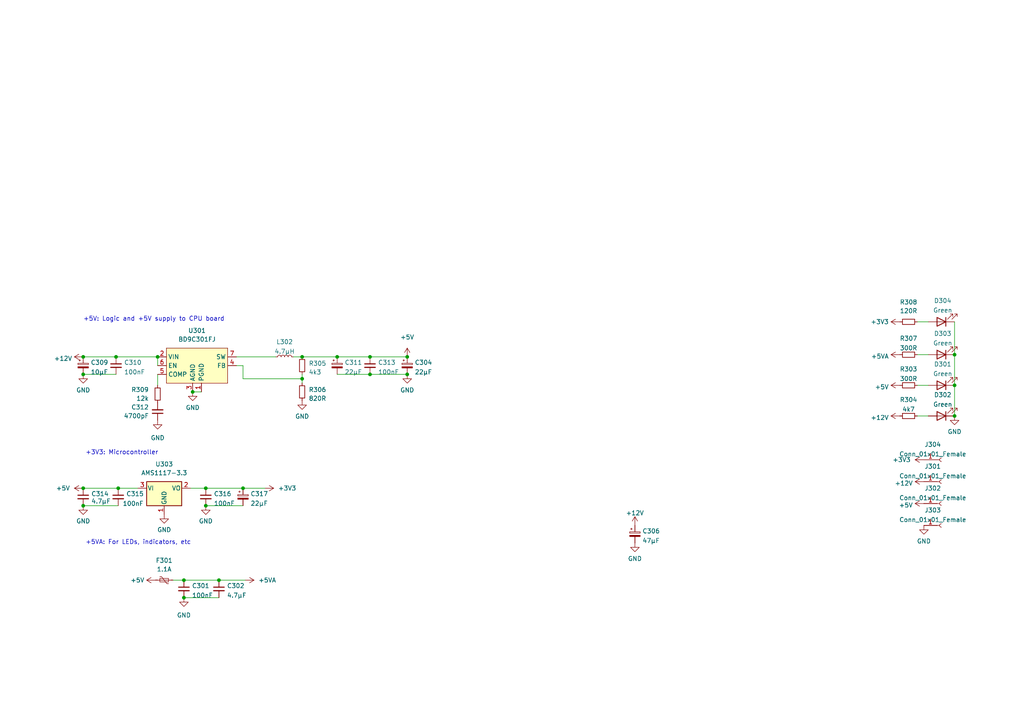
<source format=kicad_sch>
(kicad_sch (version 20211123) (generator eeschema)
  (paper "A4")
  (lib_symbols
    (symbol "68komputer-common:BD9C301FJ"
      (property "Reference" "U" (at 0 3.81 0))
      (property "Value" "BD9C301FJ" (at 0 1.27 0))
      (symbol "BD9C301FJ_0_1"
        (rectangle (start -8.89 0) (end 8.89 -10.16) (fill (type background)))
      )
      (symbol "BD9C301FJ_1_1"
        (pin power_in line (at 1.27 -12.7 90) (length 2.54) (name "PGND") (number "1"))
        (pin power_in line (at -11.43 -2.54 0) (length 2.54) (name "VIN") (number "2"))
        (pin power_in line (at -1.27 -12.7 90) (length 2.54) (name "AGND") (number "3"))
        (pin bidirectional line (at 11.43 -5.08 180) (length 2.54) (name "FB") (number "4"))
        (pin input line (at -11.43 -7.62 0) (length 2.54) (name "COMP") (number "5"))
        (pin input line (at -11.43 -5.08 0) (length 2.54) (name "EN") (number "6"))
        (pin power_out line (at 11.43 -2.54 180) (length 2.54) (name "SW") (number "7"))
        (pin power_out line (at 11.43 -2.54 180) (length 2.54) hide (name "SW") (number "8"))
      )
    )
    (symbol "Connector:Conn_01x01_Female" (pin_names (offset 1.016) hide)
      (property "Reference" "J" (at 0 2.54 0))
      (property "Value" "Conn_01x01_Female" (at 0 -2.54 0))
      (symbol "Conn_01x01_Female_1_1"
        (polyline (pts (xy -1.27 0) (xy -0.508 0)) (stroke (width 0.1524)))
        (arc (start 0 0.508) (mid -0.508 0) (end 0 -0.508) (stroke (width 0.1524)))
        (pin passive line (at -5.08 0 0) (length 3.81) (name "Pin_1") (number "1"))
      )
    )
    (symbol "Device:C_Polarized_Small" (pin_numbers hide) (pin_names (offset 0.254) hide)
      (property "Reference" "C" (at 0.254 1.778 0))
      (property "Value" "C_Polarized_Small" (at 0.254 -2.032 0))
      (symbol "C_Polarized_Small_0_1"
        (rectangle (start -1.524 -0.3048) (end 1.524 -0.6858) (fill (type outline)))
        (rectangle (start -1.524 0.6858) (end 1.524 0.3048))
        (polyline (pts (xy -1.27 1.524) (xy -0.762 1.524)))
        (polyline (pts (xy -1.016 1.27) (xy -1.016 1.778)))
      )
      (symbol "C_Polarized_Small_1_1"
        (pin passive line (at 0 2.54 270) (length 1.8542) (name "~") (number "1"))
        (pin passive line (at 0 -2.54 90) (length 1.8542) (name "~") (number "2"))
      )
    )
    (symbol "Device:C_Small" (pin_numbers hide) (pin_names (offset 0.254) hide)
      (property "Reference" "C" (at 0.254 1.778 0))
      (property "Value" "C_Small" (at 0.254 -2.032 0))
      (symbol "C_Small_0_1"
        (polyline (pts (xy -1.524 -0.508) (xy 1.524 -0.508)) (stroke (width 0.3302)))
        (polyline (pts (xy -1.524 0.508) (xy 1.524 0.508)) (stroke (width 0.3048)))
      )
      (symbol "C_Small_1_1"
        (pin passive line (at 0 2.54 270) (length 2.032) (name "~") (number "1"))
        (pin passive line (at 0 -2.54 90) (length 2.032) (name "~") (number "2"))
      )
    )
    (symbol "Device:LED" (pin_numbers hide) (pin_names (offset 1.016) hide)
      (property "Reference" "D" (at 0 2.54 0))
      (property "Value" "LED" (at 0 -2.54 0))
      (symbol "LED_0_1"
        (polyline (pts (xy -1.27 -1.27) (xy -1.27 1.27)) (stroke (width 0.254)))
        (polyline (pts (xy -1.27 0) (xy 1.27 0)))
        (polyline (pts (xy 1.27 -1.27) (xy 1.27 1.27) (xy -1.27 0) (xy 1.27 -1.27)) (stroke (width 0.254)))
        (polyline (pts (xy -3.048 -0.762) (xy -4.572 -2.286) (xy -3.81 -2.286) (xy -4.572 -2.286) (xy -4.572 -1.524)))
        (polyline (pts (xy -1.778 -0.762) (xy -3.302 -2.286) (xy -2.54 -2.286) (xy -3.302 -2.286) (xy -3.302 -1.524)))
      )
      (symbol "LED_1_1"
        (pin passive line (at -3.81 0 0) (length 2.54) (name "K") (number "1"))
        (pin passive line (at 3.81 0 180) (length 2.54) (name "A") (number "2"))
      )
    )
    (symbol "Device:L_Small" (pin_numbers hide) (pin_names (offset 0.254) hide)
      (property "Reference" "L" (at 0.762 1.016 0))
      (property "Value" "L_Small" (at 0.762 -1.016 0))
      (symbol "L_Small_0_1"
        (arc (start 0 -2.032) (mid 0.508 -1.524) (end 0 -1.016))
        (arc (start 0 -1.016) (mid 0.508 -0.508) (end 0 0))
        (arc (start 0 0) (mid 0.508 0.508) (end 0 1.016))
        (arc (start 0 1.016) (mid 0.508 1.524) (end 0 2.032))
      )
      (symbol "L_Small_1_1"
        (pin passive line (at 0 2.54 270) (length 0.508) (name "~") (number "1"))
        (pin passive line (at 0 -2.54 90) (length 0.508) (name "~") (number "2"))
      )
    )
    (symbol "Device:Polyfuse_Small" (pin_numbers hide) (pin_names (offset 0))
      (property "Reference" "F" (at -1.905 0 90))
      (property "Value" "Polyfuse_Small" (at 1.905 0 90))
      (symbol "Polyfuse_Small_0_1"
        (rectangle (start -0.508 1.27) (end 0.508 -1.27))
        (polyline (pts (xy 0 2.54) (xy 0 -2.54)))
        (polyline (pts (xy -1.016 1.27) (xy -1.016 0.762) (xy 1.016 -0.762) (xy 1.016 -1.27)))
      )
      (symbol "Polyfuse_Small_1_1"
        (pin passive line (at 0 2.54 270) (length 0.635) (name "~") (number "1"))
        (pin passive line (at 0 -2.54 90) (length 0.635) (name "~") (number "2"))
      )
    )
    (symbol "Device:R_Small" (pin_numbers hide) (pin_names (offset 0.254) hide)
      (property "Reference" "R" (at 0.762 0.508 0))
      (property "Value" "R_Small" (at 0.762 -1.016 0))
      (symbol "R_Small_0_1"
        (rectangle (start -0.762 1.778) (end 0.762 -1.778) (stroke (width 0.2032)))
      )
      (symbol "R_Small_1_1"
        (pin passive line (at 0 2.54 270) (length 0.762) (name "~") (number "1"))
        (pin passive line (at 0 -2.54 90) (length 0.762) (name "~") (number "2"))
      )
    )
    (symbol "Regulator_Linear:AMS1117-3.3" (pin_names (offset 0.254))
      (property "Reference" "U" (at -3.81 3.175 0))
      (property "Value" "AMS1117-3.3" (at 0 3.175 0))
      (symbol "AMS1117-3.3_0_1"
        (rectangle (start -5.08 -5.08) (end 5.08 1.905) (stroke (width 0.254)) (fill (type background)))
      )
      (symbol "AMS1117-3.3_1_1"
        (pin power_in line (at 0 -7.62 90) (length 2.54) (name "GND") (number "1"))
        (pin power_out line (at 7.62 0 180) (length 2.54) (name "VO") (number "2"))
        (pin power_in line (at -7.62 0 0) (length 2.54) (name "VI") (number "3"))
      )
    )
    (symbol "power:+12V" (power) (pin_names (offset 0))
      (property "Value" "+12V" (at 0 3.556 0))
      (symbol "+12V_0_1"
        (polyline (pts (xy -0.762 1.27) (xy 0 2.54)))
        (polyline (pts (xy 0 0) (xy 0 2.54)))
        (polyline (pts (xy 0 2.54) (xy 0.762 1.27)))
      )
      (symbol "+12V_1_1"
        (pin power_in line (at 0 0 90) (length 0) hide (name "+12V") (number "1"))
      )
    )
    (symbol "power:+3V3" (power) (pin_names (offset 0))
      (property "Value" "+3V3" (at 0 3.556 0))
      (symbol "+3V3_0_1"
        (polyline (pts (xy -0.762 1.27) (xy 0 2.54)))
        (polyline (pts (xy 0 0) (xy 0 2.54)))
        (polyline (pts (xy 0 2.54) (xy 0.762 1.27)))
      )
      (symbol "+3V3_1_1"
        (pin power_in line (at 0 0 90) (length 0) hide (name "+3V3") (number "1"))
      )
    )
    (symbol "power:+5V" (power) (pin_names (offset 0))
      (property "Value" "+5V" (at 0 3.556 0))
      (symbol "+5V_0_1"
        (polyline (pts (xy -0.762 1.27) (xy 0 2.54)))
        (polyline (pts (xy 0 0) (xy 0 2.54)))
        (polyline (pts (xy 0 2.54) (xy 0.762 1.27)))
      )
      (symbol "+5V_1_1"
        (pin power_in line (at 0 0 90) (length 0) hide (name "+5V") (number "1"))
      )
    )
    (symbol "power:+5VA" (power) (pin_names (offset 0))
      (property "Value" "+5VA" (at 0 3.556 0))
      (symbol "+5VA_0_1"
        (polyline (pts (xy -0.762 1.27) (xy 0 2.54)))
        (polyline (pts (xy 0 0) (xy 0 2.54)))
        (polyline (pts (xy 0 2.54) (xy 0.762 1.27)))
      )
      (symbol "+5VA_1_1"
        (pin power_in line (at 0 0 90) (length 0) hide (name "+5VA") (number "1"))
      )
    )
    (symbol "power:GND" (power) (pin_names (offset 0))
      (property "Value" "GND" (at 0 -3.81 0))
      (symbol "GND_0_1"
        (polyline (pts (xy 0 0) (xy 0 -1.27) (xy 1.27 -1.27) (xy 0 -2.54) (xy -1.27 -1.27) (xy 0 -1.27)))
      )
      (symbol "GND_1_1"
        (pin power_in line (at 0 0 270) (length 0) hide (name "GND") (number "1"))
      )
    )
  )
  (junction (at 118.11 103.505))
  (junction (at 276.86 102.87))
  (junction (at 53.34 168.275))
  (junction (at 63.5 168.275))
  (junction (at 59.69 141.605))
  (junction (at 107.315 103.505))
  (junction (at 24.13 108.585))
  (junction (at 24.13 141.605))
  (junction (at 276.86 111.76))
  (junction (at 55.88 113.665))
  (junction (at 59.69 146.685))
  (junction (at 107.315 108.585))
  (junction (at 33.655 103.505))
  (junction (at 53.34 173.355))
  (junction (at 87.63 103.505))
  (junction (at 24.13 103.505))
  (junction (at 34.29 141.605))
  (junction (at 97.79 103.505))
  (junction (at 70.485 141.605))
  (junction (at 118.11 108.585))
  (junction (at 45.72 103.505))
  (junction (at 87.63 109.855))
  (junction (at 24.13 146.685))
  (junction (at 276.86 120.65))
  (wire (pts (xy 24.13 108.585) (xy 33.655 108.585)))
  (wire (pts (xy 266.065 120.65) (xy 269.24 120.65)))
  (wire (pts (xy 55.245 141.605) (xy 59.69 141.605)))
  (wire (pts (xy 33.655 103.505) (xy 45.72 103.505)))
  (wire (pts (xy 59.69 141.605) (xy 70.485 141.605)))
  (wire (pts (xy 97.79 108.585) (xy 107.315 108.585)))
  (wire (pts (xy 276.86 111.76) (xy 276.86 120.65)))
  (wire (pts (xy 276.86 93.345) (xy 276.86 102.87)))
  (wire (pts (xy 87.63 103.505) (xy 97.79 103.505)))
  (wire (pts (xy 70.485 141.605) (xy 76.835 141.605)))
  (wire (pts (xy 34.29 141.605) (xy 40.005 141.605)))
  (wire (pts (xy 68.58 106.045) (xy 70.485 106.045)))
  (wire (pts (xy 266.065 93.345) (xy 269.24 93.345)))
  (wire (pts (xy 70.485 106.045) (xy 70.485 109.855)))
  (wire (pts (xy 266.065 111.76) (xy 269.24 111.76)))
  (wire (pts (xy 70.485 109.855) (xy 87.63 109.855)))
  (wire (pts (xy 24.13 141.605) (xy 34.29 141.605)))
  (wire (pts (xy 87.63 109.855) (xy 87.63 111.125)))
  (wire (pts (xy 107.315 103.505) (xy 118.11 103.505)))
  (wire (pts (xy 24.13 103.505) (xy 33.655 103.505)))
  (wire (pts (xy 266.065 102.87) (xy 269.24 102.87)))
  (wire (pts (xy 45.72 103.505) (xy 45.72 106.045)))
  (wire (pts (xy 63.5 168.275) (xy 71.12 168.275)))
  (wire (pts (xy 87.63 108.585) (xy 87.63 109.855)))
  (wire (pts (xy 97.79 103.505) (xy 107.315 103.505)))
  (wire (pts (xy 53.34 168.275) (xy 63.5 168.275)))
  (wire (pts (xy 107.315 108.585) (xy 118.11 108.585)))
  (wire (pts (xy 24.13 146.685) (xy 34.29 146.685)))
  (wire (pts (xy 53.34 173.355) (xy 63.5 173.355)))
  (wire (pts (xy 276.86 102.87) (xy 276.86 111.76)))
  (wire (pts (xy 85.09 103.505) (xy 87.63 103.505)))
  (wire (pts (xy 59.69 146.685) (xy 70.485 146.685)))
  (wire (pts (xy 45.72 108.585) (xy 45.72 111.76)))
  (wire (pts (xy 68.58 103.505) (xy 80.01 103.505)))
  (wire (pts (xy 50.165 168.275) (xy 53.34 168.275)))
  (wire (pts (xy 55.88 113.665) (xy 58.42 113.665)))
  (text "+5V: Logic and +5V supply to CPU board" (at 24.13 93.345 0) (effects (font (size 1.27 1.27)) (justify left bottom)))
  (text "+3V3: Microcontroller" (at 24.765 132.08 0) (effects (font (size 1.27 1.27)) (justify left bottom)))
  (text "+5VA: For LEDs, indicators, etc" (at 24.765 158.115 0) (effects (font (size 1.27 1.27)) (justify left bottom)))
  (symbol (lib_id "power:+5V") (at 45.085 168.275 90) (unit 1)
    (property "Reference" "#PWR0302" (effects hide))
    (property "Value" "+5V" (at 41.91 168.2749 90) (effects (justify left)))
  )
  (symbol (lib_id "Device:C_Polarized_Small") (at 184.15 154.94 0) (unit 1)
    (property "Reference" "C306" (at 186.309 154.0315 0) (effects (justify left)))
    (property "Value" "47µF" (at 186.309 156.8066 0) (effects (justify left)))
    (property "Footprint" "Capacitor_THT:CP_Radial_D6.3mm_P2.50mm" (effects hide))
    (property "MPN" "A750EK476M1EAAE040" (effects hide))
  )
  (symbol (lib_id "power:GND") (at 276.86 120.65 0) (unit 1)
    (property "Reference" "#PWR0315" (effects hide))
    (property "Value" "GND" (at 276.86 125.2124 0))
  )
  (symbol (lib_id "power:+12V") (at 184.15 152.4 0) (unit 1)
    (property "Reference" "#PWR0308" (effects hide))
    (property "Value" "+12V" (at 184.15 148.7955 0))
  )
  (symbol (lib_id "Device:C_Small") (at 33.655 106.045 0) (unit 1)
    (property "Reference" "C310" (at 35.9791 105.1365 0) (effects (justify left)))
    (property "Value" "100nF" (at 35.9791 107.9116 0) (effects (justify left)))
    (property "Footprint" "Capacitor_SMD:C_0805_2012Metric" (effects hide))
  )
  (symbol (lib_id "Device:LED") (at 273.05 111.76 180) (unit 1)
    (property "Reference" "D301" (at 273.4309 105.6345 0))
    (property "Value" "Green" (at 273.4309 108.4096 0))
    (property "Footprint" "LED_SMD:LED_0805_2012Metric" (effects hide))
    (property "MPN" "150080GS75000" (effects hide))
  )
  (symbol (lib_id "power:GND") (at 55.88 113.665 0) (unit 1)
    (property "Reference" "#PWR0317" (effects hide))
    (property "Value" "GND" (at 55.88 118.2274 0))
  )
  (symbol (lib_id "Device:C_Small") (at 53.34 170.815 0) (unit 1)
    (property "Reference" "C301" (at 55.6641 169.9065 0) (effects (justify left)))
    (property "Value" "100nF" (at 55.6641 172.6816 0) (effects (justify left)))
    (property "Footprint" "Capacitor_SMD:C_0805_2012Metric" (effects hide))
  )
  (symbol (lib_id "Device:C_Polarized_Small") (at 97.79 106.045 0) (unit 1)
    (property "Reference" "C311" (at 99.949 105.1365 0) (effects (justify left)))
    (property "Value" "22µF" (at 99.949 107.9116 0) (effects (justify left)))
    (property "Footprint" "Capacitor_Tantalum_SMD:CP_EIA-3528-21_Kemet-B" (effects hide))
    (property "MPN" "TAJB226K016UNJ" (effects hide))
  )
  (symbol (lib_id "Device:C_Polarized_Small") (at 70.485 144.145 0) (unit 1)
    (property "Reference" "C317" (at 72.644 143.2365 0) (effects (justify left)))
    (property "Value" "22µF" (at 72.644 146.0116 0) (effects (justify left)))
    (property "Footprint" "Capacitor_Tantalum_SMD:CP_EIA-3528-21_Kemet-B" (effects hide))
    (property "MPN" "TAJB226K016UNJ" (effects hide))
  )
  (symbol (lib_id "Device:R_Small") (at 263.525 102.87 90) (unit 1)
    (property "Reference" "R307" (at 263.525 98.1669 90))
    (property "Value" "300R" (at 263.525 100.942 90))
    (property "Footprint" "Resistor_SMD:R_0805_2012Metric" (effects hide))
  )
  (symbol (lib_id "power:GND") (at 53.34 173.355 0) (unit 1)
    (property "Reference" "#PWR0303" (effects hide))
    (property "Value" "GND" (at 53.34 178.435 0))
  )
  (symbol (lib_id "Device:LED") (at 273.05 93.345 180) (unit 1)
    (property "Reference" "D304" (at 273.4309 87.2195 0))
    (property "Value" "Green" (at 273.4309 89.9946 0))
    (property "Footprint" "LED_SMD:LED_0805_2012Metric" (effects hide))
    (property "MPN" "150080GS75000" (effects hide))
  )
  (symbol (lib_id "Device:C_Small") (at 45.72 119.38 0) (mirror x) (unit 1)
    (property "Reference" "C312" (at 43.18 118.1035 0) (effects (justify right)))
    (property "Value" "4700pF" (at 43.18 120.6435 0) (effects (justify right)))
    (property "Footprint" "Capacitor_SMD:C_0805_2012Metric" (effects hide))
  )
  (symbol (lib_id "power:GND") (at 267.97 152.4 0) (unit 1)
    (property "Reference" "#PWR0314" (effects hide))
    (property "Value" "GND" (at 267.97 156.9624 0))
  )
  (symbol (lib_id "power:+5VA") (at 71.12 168.275 270) (unit 1)
    (property "Reference" "#PWR0305" (effects hide))
    (property "Value" "+5VA" (at 74.93 168.2749 90) (effects (justify left)))
  )
  (symbol (lib_id "68komputer-common:BD9C301FJ") (at 57.15 100.965 0) (unit 1)
    (property "Reference" "U301" (at 57.15 95.885 0))
    (property "Value" "BD9C301FJ" (at 57.15 98.425 0))
    (property "Footprint" "Package_SO:SOP-8_3.9x4.9mm_P1.27mm" (effects hide))
    (property "Datasheet" "https://www.mouser.com/datasheet/2/348/bd9c301fj-e-1874274.pdf" (effects hide))
  )
  (symbol (lib_id "Device:L_Small") (at 82.55 103.505 90) (unit 1)
    (property "Reference" "L302" (at 82.55 99.1574 90))
    (property "Value" "4.7µH" (at 82.55 101.9325 90))
    (property "Footprint" "Inductor_SMD:L_Taiyo-Yuden_NR-80xx_HandSoldering" (effects hide))
    (property "MPN" "NRS8040T4R7NJGJ" (effects hide))
  )
  (symbol (lib_id "power:+12V") (at 260.985 120.65 90) (unit 1)
    (property "Reference" "#PWR0311" (effects hide))
    (property "Value" "+12V" (at 257.81 121.129 90) (effects (justify left)))
  )
  (symbol (lib_id "Device:LED") (at 273.05 102.87 180) (unit 1)
    (property "Reference" "D303" (at 273.4309 96.7445 0))
    (property "Value" "Green" (at 273.4309 99.5196 0))
    (property "Footprint" "LED_SMD:LED_0805_2012Metric" (effects hide))
    (property "MPN" "150080GS75000" (effects hide))
  )
  (symbol (lib_id "Device:C_Polarized_Small") (at 24.13 106.045 0) (unit 1)
    (property "Reference" "C309" (at 26.289 105.1365 0) (effects (justify left)))
    (property "Value" "10µF" (at 26.289 107.9116 0) (effects (justify left)))
    (property "Footprint" "Capacitor_Tantalum_SMD:CP_EIA-3528-21_Kemet-B" (effects hide))
    (property "MPN" "TAJB106K025SNJ" (effects hide))
  )
  (symbol (lib_id "Connector:Conn_01x01_Female") (at 273.05 146.05 0) (unit 1)
    (property "Reference" "J302" (at 270.548 141.6263 0))
    (property "Value" "Conn_01x01_Female" (at 270.548 144.4014 0))
    (property "Footprint" "68komputer-common:DELTRON-571-0x00" (effects hide))
  )
  (symbol (lib_id "power:+12V") (at 24.13 103.505 90) (unit 1)
    (property "Reference" "#PWR0304" (effects hide))
    (property "Value" "+12V" (at 20.955 103.984 90) (effects (justify left)))
  )
  (symbol (lib_id "power:GND") (at 118.11 108.585 0) (unit 1)
    (property "Reference" "#PWR0320" (effects hide))
    (property "Value" "GND" (at 118.11 113.1474 0))
  )
  (symbol (lib_id "Device:C_Small") (at 59.69 144.145 0) (unit 1)
    (property "Reference" "C316" (at 62.0141 143.2365 0) (effects (justify left)))
    (property "Value" "100nF" (at 62.0141 146.0116 0) (effects (justify left)))
    (property "Footprint" "Capacitor_SMD:C_0805_2012Metric" (effects hide))
  )
  (symbol (lib_id "Device:C_Small") (at 63.5 170.815 0) (unit 1)
    (property "Reference" "C302" (at 65.8241 169.9065 0) (effects (justify left)))
    (property "Value" "4.7µF" (at 65.8241 172.6816 0) (effects (justify left)))
    (property "Footprint" "Capacitor_SMD:C_0805_2012Metric" (effects hide))
  )
  (symbol (lib_id "Device:C_Small") (at 107.315 106.045 0) (unit 1)
    (property "Reference" "C313" (at 109.6391 105.1365 0) (effects (justify left)))
    (property "Value" "100nF" (at 109.6391 107.9116 0) (effects (justify left)))
    (property "Footprint" "Capacitor_SMD:C_0805_2012Metric" (effects hide))
  )
  (symbol (lib_id "Device:LED") (at 273.05 120.65 180) (unit 1)
    (property "Reference" "D302" (at 273.4309 114.5245 0))
    (property "Value" "Green" (at 273.4309 117.2996 0))
    (property "Footprint" "LED_SMD:LED_0805_2012Metric" (effects hide))
    (property "MPN" "150080GS75000" (effects hide))
  )
  (symbol (lib_id "Device:C_Small") (at 34.29 144.145 0) (unit 1)
    (property "Reference" "C315" (at 36.6141 143.2365 0) (effects (justify left)))
    (property "Value" "100nF" (at 35.56 146.05 0) (effects (justify left)))
    (property "Footprint" "Capacitor_SMD:C_0805_2012Metric" (effects hide))
  )
  (symbol (lib_id "power:GND") (at 45.72 121.92 0) (unit 1)
    (property "Reference" "#PWR0329" (effects hide))
    (property "Value" "GND" (at 45.72 127 0))
  )
  (symbol (lib_id "power:+5V") (at 118.11 103.505 0) (unit 1)
    (property "Reference" "#PWR0301" (effects hide))
    (property "Value" "+5V" (at 118.11 97.79 0))
  )
  (symbol (lib_id "Device:R_Small") (at 87.63 113.665 0) (unit 1)
    (property "Reference" "R306" (at 89.535 113.03 0) (effects (justify left)))
    (property "Value" "820R" (at 89.535 115.57 0) (effects (justify left)))
    (property "Footprint" "Resistor_SMD:R_0805_2012Metric" (effects hide))
  )
  (symbol (lib_id "power:GND") (at 47.625 149.225 0) (unit 1)
    (property "Reference" "#PWR0324" (effects hide))
    (property "Value" "GND" (at 47.625 153.67 0))
  )
  (symbol (lib_id "power:+3V3") (at 260.985 93.345 90) (unit 1)
    (property "Reference" "#PWR0327" (effects hide))
    (property "Value" "+3V3" (at 257.81 93.3449 90) (effects (justify left)))
  )
  (symbol (lib_id "Device:Polyfuse_Small") (at 47.625 168.275 270) (mirror x) (unit 1)
    (property "Reference" "F301" (at 47.625 162.56 90))
    (property "Value" "1.1A" (at 47.625 165.1 90))
    (property "Footprint" "Fuse:Fuse_Bourns_MF-SM_7.98x5.44mm" (effects hide))
    (property "MPN" "652-MFSM100-2" (effects hide))
  )
  (symbol (lib_id "Device:R_Small") (at 263.525 120.65 90) (unit 1)
    (property "Reference" "R304" (at 263.525 115.9469 90))
    (property "Value" "4k7" (at 263.525 118.722 90))
    (property "Footprint" "Resistor_SMD:R_0805_2012Metric" (effects hide))
  )
  (symbol (lib_id "power:+3V3") (at 76.835 141.605 270) (unit 1)
    (property "Reference" "#PWR0325" (effects hide))
    (property "Value" "+3V3" (at 80.645 141.6049 90) (effects (justify left)))
  )
  (symbol (lib_id "power:+5VA") (at 260.985 102.87 90) (unit 1)
    (property "Reference" "#PWR0321" (effects hide))
    (property "Value" "+5VA" (at 257.81 103.349 90) (effects (justify left)))
  )
  (symbol (lib_id "Connector:Conn_01x01_Female") (at 273.05 139.7 0) (unit 1)
    (property "Reference" "J301" (at 270.548 135.2763 0))
    (property "Value" "Conn_01x01_Female" (at 270.548 138.0514 0))
    (property "Footprint" "68komputer-common:DELTRON-571-0x00" (effects hide))
  )
  (symbol (lib_id "Device:R_Small") (at 263.525 93.345 90) (unit 1)
    (property "Reference" "R308" (at 263.525 87.63 90))
    (property "Value" "120R" (at 263.525 90.17 90))
    (property "Footprint" "Resistor_SMD:R_0805_2012Metric" (effects hide))
  )
  (symbol (lib_id "power:+5V") (at 260.985 111.76 90) (unit 1)
    (property "Reference" "#PWR0310" (effects hide))
    (property "Value" "+5V" (at 257.81 112.239 90) (effects (justify left)))
  )
  (symbol (lib_id "power:GND") (at 87.63 116.205 0) (unit 1)
    (property "Reference" "#PWR0318" (effects hide))
    (property "Value" "GND" (at 87.63 120.7674 0))
  )
  (symbol (lib_id "Device:C_Polarized_Small") (at 118.11 106.045 0) (unit 1)
    (property "Reference" "C304" (at 120.269 105.1365 0) (effects (justify left)))
    (property "Value" "22µF" (at 120.269 107.9116 0) (effects (justify left)))
    (property "Footprint" "Capacitor_Tantalum_SMD:CP_EIA-3528-21_Kemet-B" (effects hide))
    (property "MPN" "TAJB226K016UNJ" (effects hide))
  )
  (symbol (lib_id "power:GND") (at 184.15 157.48 0) (unit 1)
    (property "Reference" "#PWR0309" (effects hide))
    (property "Value" "GND" (at 184.15 162.0424 0))
  )
  (symbol (lib_id "power:+5V") (at 24.13 141.605 90) (unit 1)
    (property "Reference" "#PWR0322" (effects hide))
    (property "Value" "+5V" (at 20.32 141.6049 90) (effects (justify left)))
  )
  (symbol (lib_id "power:+5V") (at 267.97 146.05 90) (unit 1)
    (property "Reference" "#PWR0313" (effects hide))
    (property "Value" "+5V" (at 264.795 146.529 90) (effects (justify left)))
  )
  (symbol (lib_id "Connector:Conn_01x01_Female") (at 273.05 152.4 0) (unit 1)
    (property "Reference" "J303" (at 270.548 147.9763 0))
    (property "Value" "Conn_01x01_Female" (at 270.548 150.7514 0))
    (property "Footprint" "68komputer-common:DELTRON-571-0x00" (effects hide))
  )
  (symbol (lib_id "Device:C_Small") (at 24.13 144.145 0) (unit 1)
    (property "Reference" "C314" (at 26.4541 143.2365 0) (effects (justify left)))
    (property "Value" "4.7µF" (at 26.4541 145.3766 0) (effects (justify left)))
    (property "Footprint" "Capacitor_SMD:C_0805_2012Metric" (effects hide))
  )
  (symbol (lib_id "power:GND") (at 24.13 108.585 0) (unit 1)
    (property "Reference" "#PWR0316" (effects hide))
    (property "Value" "GND" (at 24.13 113.1474 0))
  )
  (symbol (lib_id "Connector:Conn_01x01_Female") (at 273.05 133.35 0) (unit 1)
    (property "Reference" "J304" (at 270.548 128.9263 0))
    (property "Value" "Conn_01x01_Female" (at 270.548 131.7014 0))
    (property "Footprint" "68komputer-common:DELTRON-571-0x00" (effects hide))
  )
  (symbol (lib_id "power:GND") (at 24.13 146.685 0) (unit 1)
    (property "Reference" "#PWR0323" (effects hide))
    (property "Value" "GND" (at 24.13 151.13 0))
  )
  (symbol (lib_id "Device:R_Small") (at 263.525 111.76 90) (unit 1)
    (property "Reference" "R303" (at 263.525 107.0569 90))
    (property "Value" "300R" (at 263.525 109.832 90))
    (property "Footprint" "Resistor_SMD:R_0805_2012Metric" (effects hide))
  )
  (symbol (lib_id "power:+12V") (at 267.97 139.7 90) (unit 1)
    (property "Reference" "#PWR0312" (effects hide))
    (property "Value" "+12V" (at 264.795 140.179 90) (effects (justify left)))
  )
  (symbol (lib_id "Device:R_Small") (at 87.63 106.045 0) (unit 1)
    (property "Reference" "R305" (at 89.535 105.41 0) (effects (justify left)))
    (property "Value" "4k3" (at 89.535 107.95 0) (effects (justify left)))
    (property "Footprint" "Resistor_SMD:R_0805_2012Metric" (effects hide))
  )
  (symbol (lib_id "Device:R_Small") (at 45.72 114.3 0) (mirror x) (unit 1)
    (property "Reference" "R309" (at 43.18 113.0299 0) (effects (justify right)))
    (property "Value" "12k" (at 43.18 115.5699 0) (effects (justify right)))
    (property "Footprint" "Resistor_SMD:R_0805_2012Metric" (effects hide))
  )
  (symbol (lib_id "power:GND") (at 59.69 146.685 0) (unit 1)
    (property "Reference" "#PWR0326" (effects hide))
    (property "Value" "GND" (at 59.69 151.13 0))
  )
  (symbol (lib_id "Regulator_Linear:AMS1117-3.3") (at 47.625 141.605 0) (unit 1)
    (property "Reference" "U303" (at 47.625 134.62 0))
    (property "Value" "AMS1117-3.3" (at 47.625 137.16 0))
    (property "Footprint" "Package_TO_SOT_SMD:SOT-223-3_TabPin2" (effects hide))
    (property "Datasheet" "http://www.advanced-monolithic.com/pdf/ds1117.pdf" (effects hide))
  )
  (symbol (lib_id "power:+3V3") (at 267.97 133.35 90) (unit 1)
    (property "Reference" "#PWR0328" (effects hide))
    (property "Value" "+3V3" (at 264.16 133.3499 90) (effects (justify left)))
  )
)
</source>
